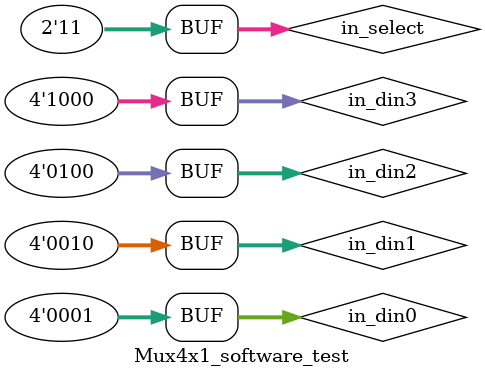
<source format=sv>
`timescale 1ns / 1ps


module Mux4x1_software_test(
    );

    reg [1:0] in_select;
    reg [3:0] in_din0, in_din1, in_din2, in_din3;
    wire logic [3:0] out_result;
   
    Mux4x1_software mux4x1(
        .pIn_select(in_select), 
        .pIn_din0(in_din0), .pIn_din1(in_din1), .pIn_din2(in_din2), .pIn_din3(in_din3), 
        .pOut_result(out_result)
        );

    initial begin
        in_din0 = 4'b0001;
        in_din1 = 4'b0010;
        in_din2 = 4'b0100;
        in_din3 = 4'b1000;

        in_select = 2'b00;
        #100;
        in_select = 2'b01;
        #100;
        in_select = 2'b10;
        #100;
        in_select = 2'b11;
        #100;
    end

endmodule

</source>
